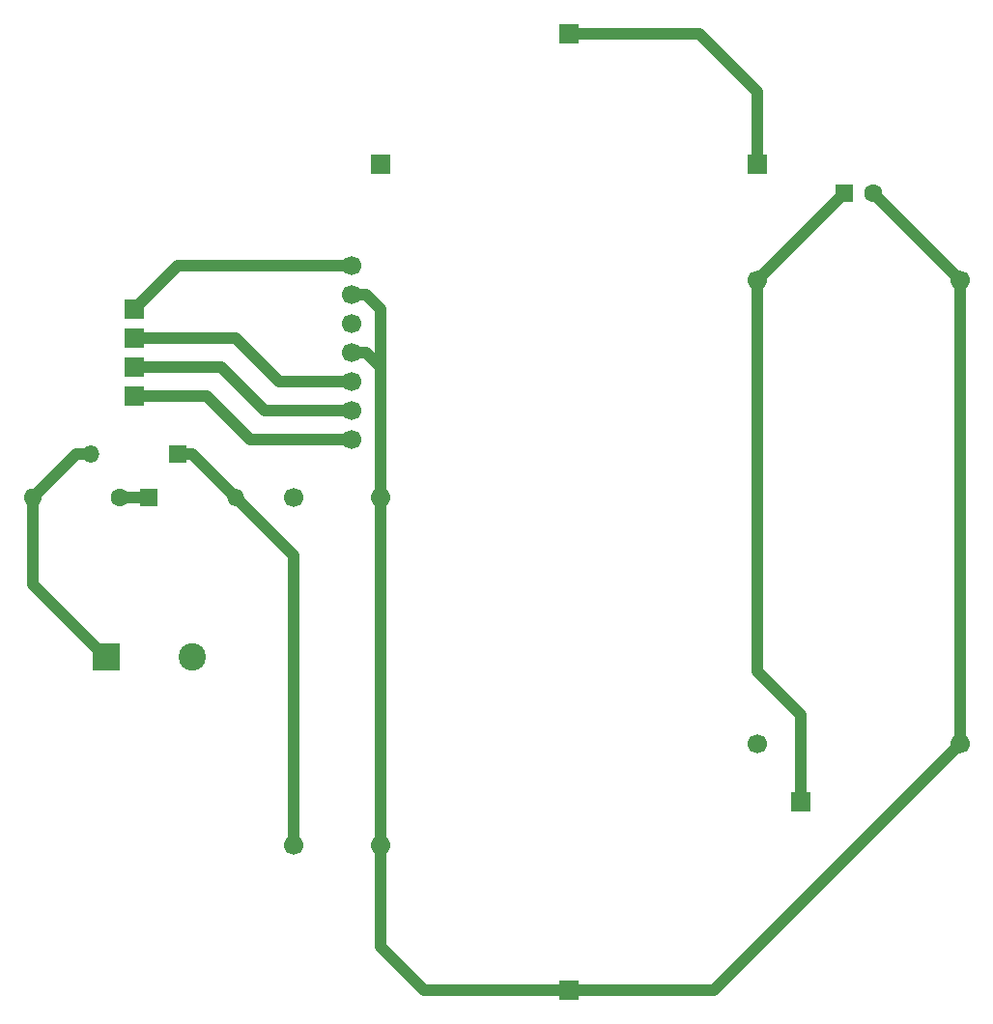
<source format=gbr>
%TF.GenerationSoftware,KiCad,Pcbnew,7.0.10*%
%TF.CreationDate,2024-02-07T14:19:03-05:00*%
%TF.ProjectId,board_down,626f6172-645f-4646-9f77-6e2e6b696361,rev?*%
%TF.SameCoordinates,Original*%
%TF.FileFunction,Copper,L1,Top*%
%TF.FilePolarity,Positive*%
%FSLAX46Y46*%
G04 Gerber Fmt 4.6, Leading zero omitted, Abs format (unit mm)*
G04 Created by KiCad (PCBNEW 7.0.10) date 2024-02-07 14:19:03*
%MOMM*%
%LPD*%
G01*
G04 APERTURE LIST*
%TA.AperFunction,ComponentPad*%
%ADD10R,1.700000X1.700000*%
%TD*%
%TA.AperFunction,ComponentPad*%
%ADD11R,1.600000X1.600000*%
%TD*%
%TA.AperFunction,ComponentPad*%
%ADD12C,1.600000*%
%TD*%
%TA.AperFunction,ComponentPad*%
%ADD13R,2.400000X2.400000*%
%TD*%
%TA.AperFunction,ComponentPad*%
%ADD14C,2.400000*%
%TD*%
%TA.AperFunction,ComponentPad*%
%ADD15C,1.700000*%
%TD*%
%TA.AperFunction,ComponentPad*%
%ADD16R,1.500000X1.500000*%
%TD*%
%TA.AperFunction,ComponentPad*%
%ADD17O,1.500000X1.500000*%
%TD*%
%TA.AperFunction,ComponentPad*%
%ADD18O,1.600000X1.600000*%
%TD*%
%TA.AperFunction,Conductor*%
%ADD19C,1.000000*%
%TD*%
G04 APERTURE END LIST*
D10*
%TO.P,J102,1,Pin_1*%
%TO.N,Net-(J102-Pin_1)*%
X33020000Y-19050000D03*
%TD*%
D11*
%TO.P,C101,1*%
%TO.N,5V*%
X73700000Y-21590000D03*
D12*
%TO.P,C101,2*%
%TO.N,GND*%
X76200000Y-21590000D03*
%TD*%
D13*
%TO.P,C103,1*%
%TO.N,Net-(D102-A)*%
X9010000Y-62230000D03*
D14*
%TO.P,C103,2*%
%TO.N,GND*%
X16510000Y-62230000D03*
%TD*%
D10*
%TO.P,J104,1,Pin_1*%
%TO.N,GND*%
X49530000Y-91440000D03*
%TD*%
D15*
%TO.P,U102,1,IN+*%
%TO.N,Net-(D101-A)*%
X66040000Y-69850000D03*
%TO.P,U102,2,IN-*%
%TO.N,GND*%
X83820000Y-69850000D03*
%TO.P,U102,3,OUT+*%
%TO.N,5V*%
X66040000Y-29210000D03*
%TO.P,U102,4,OUT-*%
%TO.N,GND*%
X83820000Y-29210000D03*
%TD*%
%TO.P,U101,1,VIN+*%
%TO.N,Net-(J102-Pin_1)*%
X25400000Y-48260000D03*
%TO.P,U101,2,VIN-*%
%TO.N,GND*%
X33020000Y-48260000D03*
%TO.P,U101,3,VOUT+*%
%TO.N,Net-(D101-A)*%
X25400000Y-78740000D03*
%TO.P,U101,4,VOUT-*%
%TO.N,GND*%
X33020000Y-78740000D03*
%TD*%
D10*
%TO.P,J118,1,Pin_1*%
%TO.N,Net-(J118-Pin_1)*%
X11430000Y-39370000D03*
%TD*%
D16*
%TO.P,D102,1,K*%
%TO.N,Net-(D101-A)*%
X15245000Y-44450000D03*
D17*
%TO.P,D102,2,A*%
%TO.N,Net-(D102-A)*%
X7625000Y-44450000D03*
%TD*%
D12*
%TO.P,R101,1*%
%TO.N,Net-(D101-K)*%
X10160000Y-48260000D03*
D18*
%TO.P,R101,2*%
%TO.N,Net-(D102-A)*%
X2540000Y-48260000D03*
%TD*%
D15*
%TO.P,U104,1,LRC*%
%TO.N,Net-(J118-Pin_1)*%
X30480000Y-43180000D03*
%TO.P,U104,2,BCLK*%
%TO.N,Net-(J119-Pin_1)*%
X30480000Y-40640000D03*
%TO.P,U104,3,DIN*%
%TO.N,Net-(J120-Pin_1)*%
X30480000Y-38100000D03*
%TO.P,U104,4,GAIN*%
%TO.N,GND*%
X30480000Y-35560000D03*
%TO.P,U104,5,SD*%
%TO.N,unconnected-(U104-SD-Pad5)*%
X30480000Y-33020000D03*
%TO.P,U104,6,GND*%
%TO.N,GND*%
X30480000Y-30480000D03*
%TO.P,U104,7,Vin*%
%TO.N,3.3V*%
X30480000Y-27940000D03*
%TD*%
D10*
%TO.P,J120,1,Pin_1*%
%TO.N,Net-(J120-Pin_1)*%
X11430000Y-34290000D03*
%TD*%
D16*
%TO.P,D101,1,K*%
%TO.N,Net-(D101-K)*%
X12695000Y-48260000D03*
D17*
%TO.P,D101,2,A*%
%TO.N,Net-(D101-A)*%
X20315000Y-48260000D03*
%TD*%
D10*
%TO.P,J103,1,Pin_1*%
%TO.N,Net-(J101-Pin_1)*%
X49530000Y-7620000D03*
%TD*%
%TO.P,J119,1,Pin_1*%
%TO.N,Net-(J119-Pin_1)*%
X11430000Y-36830000D03*
%TD*%
%TO.P,J116,1,Pin_1*%
%TO.N,5V*%
X69850000Y-74930000D03*
%TD*%
%TO.P,J101,1,Pin_1*%
%TO.N,Net-(J101-Pin_1)*%
X66040000Y-19050000D03*
%TD*%
%TO.P,J117,1,Pin_1*%
%TO.N,3.3V*%
X11430000Y-31750000D03*
%TD*%
D19*
%TO.N,5V*%
X66040000Y-63500000D02*
X69850000Y-67310000D01*
X73660000Y-21590000D02*
X66040000Y-29210000D01*
X73700000Y-21590000D02*
X73660000Y-21590000D01*
X69850000Y-67310000D02*
X69850000Y-74930000D01*
X66040000Y-29210000D02*
X66040000Y-63500000D01*
%TO.N,GND*%
X62230000Y-91440000D02*
X83820000Y-69850000D01*
X31750000Y-30480000D02*
X30480000Y-30480000D01*
X33020000Y-48260000D02*
X33020000Y-36830000D01*
X83820000Y-69850000D02*
X83820000Y-29210000D01*
X33020000Y-87630000D02*
X33020000Y-78740000D01*
X33020000Y-31750000D02*
X31750000Y-30480000D01*
X31750000Y-35560000D02*
X30480000Y-35560000D01*
X33020000Y-36830000D02*
X31750000Y-35560000D01*
X49530000Y-91440000D02*
X62230000Y-91440000D01*
X76200000Y-21590000D02*
X83820000Y-29210000D01*
X36830000Y-91440000D02*
X33020000Y-87630000D01*
X49530000Y-91440000D02*
X36830000Y-91440000D01*
X33020000Y-48260000D02*
X33020000Y-78740000D01*
X33020000Y-36830000D02*
X33020000Y-31750000D01*
%TO.N,Net-(D102-A)*%
X7625000Y-44450000D02*
X6350000Y-44450000D01*
X2540000Y-55880000D02*
X2540000Y-48260000D01*
X6350000Y-44450000D02*
X2540000Y-48260000D01*
X8890000Y-62230000D02*
X2540000Y-55880000D01*
X9010000Y-62230000D02*
X8890000Y-62230000D01*
%TO.N,Net-(D101-K)*%
X10160000Y-48260000D02*
X12695000Y-48260000D01*
%TO.N,Net-(D101-A)*%
X16510000Y-44450000D02*
X15245000Y-44450000D01*
X25395000Y-53340000D02*
X25400000Y-53340000D01*
X25400000Y-53340000D02*
X25400000Y-78740000D01*
X20315000Y-48260000D02*
X16510000Y-44455000D01*
X16510000Y-44455000D02*
X16510000Y-44450000D01*
X20315000Y-48260000D02*
X25395000Y-53340000D01*
%TO.N,Net-(J101-Pin_1)*%
X60960000Y-7620000D02*
X66040000Y-12700000D01*
X66040000Y-12700000D02*
X66040000Y-19050000D01*
X49530000Y-7620000D02*
X60960000Y-7620000D01*
%TO.N,3.3V*%
X11430000Y-31750000D02*
X15240000Y-27940000D01*
X15240000Y-27940000D02*
X30480000Y-27940000D01*
%TO.N,Net-(J118-Pin_1)*%
X11430000Y-39370000D02*
X17780000Y-39370000D01*
X21590000Y-43180000D02*
X30480000Y-43180000D01*
X17780000Y-39370000D02*
X21590000Y-43180000D01*
%TO.N,Net-(J119-Pin_1)*%
X11430000Y-36830000D02*
X19050000Y-36830000D01*
X19050000Y-36830000D02*
X22860000Y-40640000D01*
X22860000Y-40640000D02*
X30480000Y-40640000D01*
%TO.N,Net-(J120-Pin_1)*%
X24130000Y-38100000D02*
X20320000Y-34290000D01*
X30480000Y-38100000D02*
X24130000Y-38100000D01*
X20320000Y-34290000D02*
X11430000Y-34290000D01*
%TD*%
M02*

</source>
